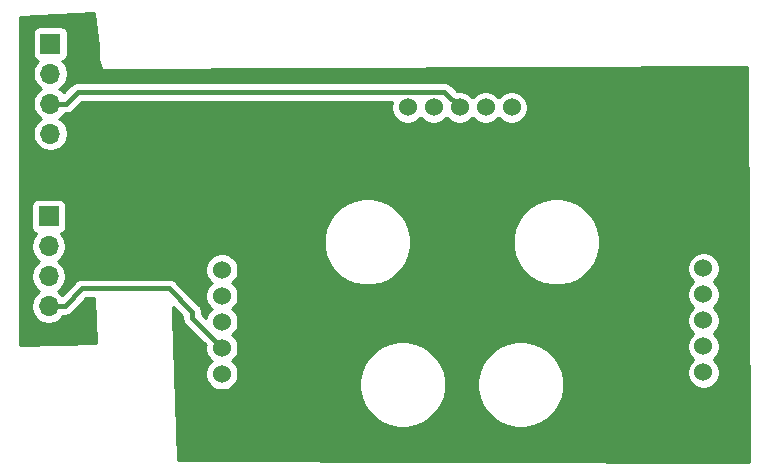
<source format=gbr>
%TF.GenerationSoftware,KiCad,Pcbnew,5.1.6-c6e7f7d~87~ubuntu20.04.1*%
%TF.CreationDate,2022-02-26T19:36:22+01:00*%
%TF.ProjectId,pick_n_place_head,7069636b-5f6e-45f7-906c-6163655f6865,rev?*%
%TF.SameCoordinates,PX5f36538PY5a45498*%
%TF.FileFunction,Copper,L2,Bot*%
%TF.FilePolarity,Positive*%
%FSLAX46Y46*%
G04 Gerber Fmt 4.6, Leading zero omitted, Abs format (unit mm)*
G04 Created by KiCad (PCBNEW 5.1.6-c6e7f7d~87~ubuntu20.04.1) date 2022-02-26 19:36:22*
%MOMM*%
%LPD*%
G01*
G04 APERTURE LIST*
%TA.AperFunction,ComponentPad*%
%ADD10O,1.700000X1.700000*%
%TD*%
%TA.AperFunction,ComponentPad*%
%ADD11R,1.700000X1.700000*%
%TD*%
%TA.AperFunction,ComponentPad*%
%ADD12C,1.524000*%
%TD*%
%TA.AperFunction,Conductor*%
%ADD13C,0.400000*%
%TD*%
%TA.AperFunction,NonConductor*%
%ADD14C,0.254000*%
%TD*%
G04 APERTURE END LIST*
D10*
%TO.P,Amot1,4*%
%TO.N,A2B*%
X-9565640Y28285440D03*
%TO.P,Amot1,3*%
%TO.N,A1B*%
X-9565640Y30825440D03*
%TO.P,Amot1,2*%
%TO.N,A2A*%
X-9565640Y33365440D03*
D11*
%TO.P,Amot1,1*%
%TO.N,A1A*%
X-9565640Y35905440D03*
%TD*%
D12*
%TO.P,M1,1*%
%TO.N,Z1A*%
X4962760Y16734240D03*
%TO.P,M1,2*%
%TO.N,Z2A*%
X4962760Y14534240D03*
%TO.P,M1,3*%
%TO.N,Z1B*%
X4962760Y12334240D03*
%TO.P,M1,4*%
%TO.N,Z2B*%
X4962760Y10134240D03*
%TO.P,M1,5*%
%TO.N,+3V3*%
X4962760Y7934240D03*
%TD*%
%TO.P,M2,5*%
%TO.N,pwm*%
X45729760Y8061240D03*
%TO.P,M2,4*%
%TO.N,SCL*%
X45729760Y10261240D03*
%TO.P,M2,3*%
%TO.N,limZ*%
X45729760Y12461240D03*
%TO.P,M2,2*%
%TO.N,GND*%
X45729760Y14661240D03*
%TO.P,M2,1*%
%TO.N,SDA*%
X45729760Y16861240D03*
%TD*%
%TO.P,M3,1*%
%TO.N,+12V*%
X29479760Y30495240D03*
%TO.P,M3,2*%
%TO.N,A2B*%
X27279760Y30495240D03*
%TO.P,M3,3*%
%TO.N,A1B*%
X25079760Y30495240D03*
%TO.P,M3,4*%
%TO.N,A2A*%
X22879760Y30495240D03*
%TO.P,M3,5*%
%TO.N,A1A*%
X20679760Y30495240D03*
%TD*%
D11*
%TO.P,Zmot1,1*%
%TO.N,Z1A*%
X-9718040Y21275040D03*
D10*
%TO.P,Zmot1,2*%
%TO.N,Z2A*%
X-9718040Y18735040D03*
%TO.P,Zmot1,3*%
%TO.N,Z1B*%
X-9718040Y16195040D03*
%TO.P,Zmot1,4*%
%TO.N,Z2B*%
X-9718040Y13655040D03*
%TD*%
D13*
%TO.N,A1B*%
X-9565640Y30825440D02*
X-8215340Y30825440D01*
X25079760Y30495240D02*
X23783060Y31791940D01*
X23783060Y31791940D02*
X-7248840Y31791940D01*
X-7248840Y31791940D02*
X-8215340Y30825440D01*
%TO.N,Z2B*%
X-9718040Y13655040D02*
X-8367740Y13655040D01*
X-8367740Y13655040D02*
X-6855140Y15167640D01*
X-6855140Y15167640D02*
X460960Y15167640D01*
X460960Y15167640D02*
X2453960Y13174640D01*
X2453960Y13174640D02*
X2453960Y12643040D01*
X2453960Y12643040D02*
X4962760Y10134240D01*
%TD*%
D14*
G36*
X-5522240Y35704781D02*
G01*
X-5522240Y34689287D01*
X-5525554Y34655640D01*
X-5512328Y34521357D01*
X-5473159Y34392234D01*
X-5409552Y34273233D01*
X-5342862Y34191971D01*
X-5292477Y33767046D01*
X-5287136Y33742729D01*
X-5277154Y33719922D01*
X-5262914Y33699500D01*
X-5244964Y33682248D01*
X-5223993Y33668830D01*
X-5200807Y33659761D01*
X-5165782Y33655001D01*
X49398553Y33903343D01*
X49564925Y457628D01*
X1270758Y619350D01*
X847760Y12794720D01*
X847760Y13599972D01*
X1618960Y12828771D01*
X1618960Y12684058D01*
X1614920Y12643040D01*
X1618960Y12602022D01*
X1618960Y12602021D01*
X1631042Y12479351D01*
X1678788Y12321953D01*
X1720233Y12244417D01*
X1729485Y12227108D01*
X1756325Y12176894D01*
X1860670Y12049749D01*
X1892534Y12023599D01*
X3578791Y10337342D01*
X3565760Y10271832D01*
X3565760Y9996648D01*
X3619446Y9726750D01*
X3724755Y9472513D01*
X3877640Y9243705D01*
X4072225Y9049120D01*
X4094494Y9034240D01*
X4072225Y9019360D01*
X3877640Y8824775D01*
X3724755Y8595967D01*
X3619446Y8341730D01*
X3565760Y8071832D01*
X3565760Y7796648D01*
X3619446Y7526750D01*
X3724755Y7272513D01*
X3877640Y7043705D01*
X4072225Y6849120D01*
X4301033Y6696235D01*
X4555270Y6590926D01*
X4825168Y6537240D01*
X5100352Y6537240D01*
X5370250Y6590926D01*
X5624487Y6696235D01*
X5853295Y6849120D01*
X6047880Y7043705D01*
X6200765Y7272513D01*
X6248930Y7388794D01*
X16575601Y7388794D01*
X16575601Y6662486D01*
X16717296Y5950135D01*
X16995242Y5279115D01*
X17398756Y4675213D01*
X17912333Y4161636D01*
X18516235Y3758122D01*
X19187255Y3480176D01*
X19899606Y3338481D01*
X20625914Y3338481D01*
X21338265Y3480176D01*
X22009285Y3758122D01*
X22613187Y4161636D01*
X23126764Y4675213D01*
X23530278Y5279115D01*
X23808224Y5950135D01*
X23949919Y6662486D01*
X23949919Y7388794D01*
X26575601Y7388794D01*
X26575601Y6662486D01*
X26717296Y5950135D01*
X26995242Y5279115D01*
X27398756Y4675213D01*
X27912333Y4161636D01*
X28516235Y3758122D01*
X29187255Y3480176D01*
X29899606Y3338481D01*
X30625914Y3338481D01*
X31338265Y3480176D01*
X32009285Y3758122D01*
X32613187Y4161636D01*
X33126764Y4675213D01*
X33530278Y5279115D01*
X33808224Y5950135D01*
X33949919Y6662486D01*
X33949919Y7388794D01*
X33808224Y8101145D01*
X33530278Y8772165D01*
X33126764Y9376067D01*
X32613187Y9889644D01*
X32009285Y10293158D01*
X31338265Y10571104D01*
X30625914Y10712799D01*
X29899606Y10712799D01*
X29187255Y10571104D01*
X28516235Y10293158D01*
X27912333Y9889644D01*
X27398756Y9376067D01*
X26995242Y8772165D01*
X26717296Y8101145D01*
X26575601Y7388794D01*
X23949919Y7388794D01*
X23808224Y8101145D01*
X23530278Y8772165D01*
X23126764Y9376067D01*
X22613187Y9889644D01*
X22009285Y10293158D01*
X21338265Y10571104D01*
X20625914Y10712799D01*
X19899606Y10712799D01*
X19187255Y10571104D01*
X18516235Y10293158D01*
X17912333Y9889644D01*
X17398756Y9376067D01*
X16995242Y8772165D01*
X16717296Y8101145D01*
X16575601Y7388794D01*
X6248930Y7388794D01*
X6306074Y7526750D01*
X6359760Y7796648D01*
X6359760Y8071832D01*
X6306074Y8341730D01*
X6200765Y8595967D01*
X6047880Y8824775D01*
X5853295Y9019360D01*
X5831026Y9034240D01*
X5853295Y9049120D01*
X6047880Y9243705D01*
X6200765Y9472513D01*
X6306074Y9726750D01*
X6359760Y9996648D01*
X6359760Y10271832D01*
X6306074Y10541730D01*
X6200765Y10795967D01*
X6047880Y11024775D01*
X5853295Y11219360D01*
X5831026Y11234240D01*
X5853295Y11249120D01*
X6047880Y11443705D01*
X6200765Y11672513D01*
X6306074Y11926750D01*
X6359760Y12196648D01*
X6359760Y12471832D01*
X6306074Y12741730D01*
X6200765Y12995967D01*
X6047880Y13224775D01*
X5853295Y13419360D01*
X5831026Y13434240D01*
X5853295Y13449120D01*
X6047880Y13643705D01*
X6200765Y13872513D01*
X6306074Y14126750D01*
X6359760Y14396648D01*
X6359760Y14671832D01*
X6306074Y14941730D01*
X6200765Y15195967D01*
X6047880Y15424775D01*
X5853295Y15619360D01*
X5831026Y15634240D01*
X5853295Y15649120D01*
X6047880Y15843705D01*
X6200765Y16072513D01*
X6306074Y16326750D01*
X6359760Y16596648D01*
X6359760Y16871832D01*
X6306074Y17141730D01*
X6200765Y17395967D01*
X6047880Y17624775D01*
X5853295Y17819360D01*
X5624487Y17972245D01*
X5370250Y18077554D01*
X5100352Y18131240D01*
X4825168Y18131240D01*
X4555270Y18077554D01*
X4301033Y17972245D01*
X4072225Y17819360D01*
X3877640Y17624775D01*
X3724755Y17395967D01*
X3619446Y17141730D01*
X3565760Y16871832D01*
X3565760Y16596648D01*
X3619446Y16326750D01*
X3724755Y16072513D01*
X3877640Y15843705D01*
X4072225Y15649120D01*
X4094494Y15634240D01*
X4072225Y15619360D01*
X3877640Y15424775D01*
X3724755Y15195967D01*
X3619446Y14941730D01*
X3565760Y14671832D01*
X3565760Y14396648D01*
X3619446Y14126750D01*
X3724755Y13872513D01*
X3877640Y13643705D01*
X4072225Y13449120D01*
X4094494Y13434240D01*
X4072225Y13419360D01*
X3877640Y13224775D01*
X3724755Y12995967D01*
X3619446Y12741730D01*
X3605624Y12672243D01*
X3288960Y12988907D01*
X3288960Y13133622D01*
X3293000Y13174640D01*
X3281024Y13296235D01*
X3276878Y13338329D01*
X3229132Y13495727D01*
X3151596Y13640786D01*
X3103620Y13699245D01*
X3073399Y13736070D01*
X3073397Y13736072D01*
X3047251Y13767931D01*
X3015393Y13794076D01*
X1080406Y15729061D01*
X1054251Y15760931D01*
X927106Y15865276D01*
X782047Y15942812D01*
X624649Y15990558D01*
X501979Y16002640D01*
X501978Y16002640D01*
X460960Y16006680D01*
X419942Y16002640D01*
X-6814133Y16002640D01*
X-6855141Y16006679D01*
X-6896149Y16002640D01*
X-6896159Y16002640D01*
X-7018829Y15990558D01*
X-7176227Y15942812D01*
X-7321286Y15865276D01*
X-7448431Y15760931D01*
X-7474581Y15729066D01*
X-8583270Y14620377D01*
X-8771408Y14808515D01*
X-8945800Y14925040D01*
X-8771408Y15041565D01*
X-8564565Y15248408D01*
X-8402050Y15491629D01*
X-8290108Y15761882D01*
X-8233040Y16048780D01*
X-8233040Y16341300D01*
X-8290108Y16628198D01*
X-8402050Y16898451D01*
X-8564565Y17141672D01*
X-8771408Y17348515D01*
X-8945800Y17465040D01*
X-8771408Y17581565D01*
X-8564565Y17788408D01*
X-8402050Y18031629D01*
X-8290108Y18301882D01*
X-8233040Y18588780D01*
X-8233040Y18881300D01*
X-8290108Y19168198D01*
X-8402050Y19438451D01*
X-8422324Y19468794D01*
X13575601Y19468794D01*
X13575601Y18742486D01*
X13717296Y18030135D01*
X13995242Y17359115D01*
X14398756Y16755213D01*
X14912333Y16241636D01*
X15516235Y15838122D01*
X16187255Y15560176D01*
X16899606Y15418481D01*
X17625914Y15418481D01*
X18338265Y15560176D01*
X19009285Y15838122D01*
X19613187Y16241636D01*
X20126764Y16755213D01*
X20530278Y17359115D01*
X20808224Y18030135D01*
X20949919Y18742486D01*
X20949919Y19468794D01*
X29575601Y19468794D01*
X29575601Y18742486D01*
X29717296Y18030135D01*
X29995242Y17359115D01*
X30398756Y16755213D01*
X30912333Y16241636D01*
X31516235Y15838122D01*
X32187255Y15560176D01*
X32899606Y15418481D01*
X33625914Y15418481D01*
X34338265Y15560176D01*
X35009285Y15838122D01*
X35613187Y16241636D01*
X36126764Y16755213D01*
X36289544Y16998832D01*
X44332760Y16998832D01*
X44332760Y16723648D01*
X44386446Y16453750D01*
X44491755Y16199513D01*
X44644640Y15970705D01*
X44839225Y15776120D01*
X44861494Y15761240D01*
X44839225Y15746360D01*
X44644640Y15551775D01*
X44491755Y15322967D01*
X44386446Y15068730D01*
X44332760Y14798832D01*
X44332760Y14523648D01*
X44386446Y14253750D01*
X44491755Y13999513D01*
X44644640Y13770705D01*
X44839225Y13576120D01*
X44861494Y13561240D01*
X44839225Y13546360D01*
X44644640Y13351775D01*
X44491755Y13122967D01*
X44386446Y12868730D01*
X44332760Y12598832D01*
X44332760Y12323648D01*
X44386446Y12053750D01*
X44491755Y11799513D01*
X44644640Y11570705D01*
X44839225Y11376120D01*
X44861494Y11361240D01*
X44839225Y11346360D01*
X44644640Y11151775D01*
X44491755Y10922967D01*
X44386446Y10668730D01*
X44332760Y10398832D01*
X44332760Y10123648D01*
X44386446Y9853750D01*
X44491755Y9599513D01*
X44644640Y9370705D01*
X44839225Y9176120D01*
X44861494Y9161240D01*
X44839225Y9146360D01*
X44644640Y8951775D01*
X44491755Y8722967D01*
X44386446Y8468730D01*
X44332760Y8198832D01*
X44332760Y7923648D01*
X44386446Y7653750D01*
X44491755Y7399513D01*
X44644640Y7170705D01*
X44839225Y6976120D01*
X45068033Y6823235D01*
X45322270Y6717926D01*
X45592168Y6664240D01*
X45867352Y6664240D01*
X46137250Y6717926D01*
X46391487Y6823235D01*
X46620295Y6976120D01*
X46814880Y7170705D01*
X46967765Y7399513D01*
X47073074Y7653750D01*
X47126760Y7923648D01*
X47126760Y8198832D01*
X47073074Y8468730D01*
X46967765Y8722967D01*
X46814880Y8951775D01*
X46620295Y9146360D01*
X46598026Y9161240D01*
X46620295Y9176120D01*
X46814880Y9370705D01*
X46967765Y9599513D01*
X47073074Y9853750D01*
X47126760Y10123648D01*
X47126760Y10398832D01*
X47073074Y10668730D01*
X46967765Y10922967D01*
X46814880Y11151775D01*
X46620295Y11346360D01*
X46598026Y11361240D01*
X46620295Y11376120D01*
X46814880Y11570705D01*
X46967765Y11799513D01*
X47073074Y12053750D01*
X47126760Y12323648D01*
X47126760Y12598832D01*
X47073074Y12868730D01*
X46967765Y13122967D01*
X46814880Y13351775D01*
X46620295Y13546360D01*
X46598026Y13561240D01*
X46620295Y13576120D01*
X46814880Y13770705D01*
X46967765Y13999513D01*
X47073074Y14253750D01*
X47126760Y14523648D01*
X47126760Y14798832D01*
X47073074Y15068730D01*
X46967765Y15322967D01*
X46814880Y15551775D01*
X46620295Y15746360D01*
X46598026Y15761240D01*
X46620295Y15776120D01*
X46814880Y15970705D01*
X46967765Y16199513D01*
X47073074Y16453750D01*
X47126760Y16723648D01*
X47126760Y16998832D01*
X47073074Y17268730D01*
X46967765Y17522967D01*
X46814880Y17751775D01*
X46620295Y17946360D01*
X46391487Y18099245D01*
X46137250Y18204554D01*
X45867352Y18258240D01*
X45592168Y18258240D01*
X45322270Y18204554D01*
X45068033Y18099245D01*
X44839225Y17946360D01*
X44644640Y17751775D01*
X44491755Y17522967D01*
X44386446Y17268730D01*
X44332760Y16998832D01*
X36289544Y16998832D01*
X36530278Y17359115D01*
X36808224Y18030135D01*
X36949919Y18742486D01*
X36949919Y19468794D01*
X36808224Y20181145D01*
X36530278Y20852165D01*
X36126764Y21456067D01*
X35613187Y21969644D01*
X35009285Y22373158D01*
X34338265Y22651104D01*
X33625914Y22792799D01*
X32899606Y22792799D01*
X32187255Y22651104D01*
X31516235Y22373158D01*
X30912333Y21969644D01*
X30398756Y21456067D01*
X29995242Y20852165D01*
X29717296Y20181145D01*
X29575601Y19468794D01*
X20949919Y19468794D01*
X20808224Y20181145D01*
X20530278Y20852165D01*
X20126764Y21456067D01*
X19613187Y21969644D01*
X19009285Y22373158D01*
X18338265Y22651104D01*
X17625914Y22792799D01*
X16899606Y22792799D01*
X16187255Y22651104D01*
X15516235Y22373158D01*
X14912333Y21969644D01*
X14398756Y21456067D01*
X13995242Y20852165D01*
X13717296Y20181145D01*
X13575601Y19468794D01*
X-8422324Y19468794D01*
X-8564565Y19681672D01*
X-8696420Y19813527D01*
X-8623860Y19835538D01*
X-8513546Y19894503D01*
X-8416855Y19973855D01*
X-8337503Y20070546D01*
X-8278538Y20180860D01*
X-8242228Y20300558D01*
X-8229968Y20425040D01*
X-8229968Y22125040D01*
X-8242228Y22249522D01*
X-8278538Y22369220D01*
X-8337503Y22479534D01*
X-8416855Y22576225D01*
X-8513546Y22655577D01*
X-8623860Y22714542D01*
X-8743558Y22750852D01*
X-8868040Y22763112D01*
X-10568040Y22763112D01*
X-10692522Y22750852D01*
X-10812220Y22714542D01*
X-10922534Y22655577D01*
X-11019225Y22576225D01*
X-11098577Y22479534D01*
X-11157542Y22369220D01*
X-11193852Y22249522D01*
X-11206112Y22125040D01*
X-11206112Y20425040D01*
X-11193852Y20300558D01*
X-11157542Y20180860D01*
X-11098577Y20070546D01*
X-11019225Y19973855D01*
X-10922534Y19894503D01*
X-10812220Y19835538D01*
X-10739660Y19813527D01*
X-10871515Y19681672D01*
X-11034030Y19438451D01*
X-11145972Y19168198D01*
X-11203040Y18881300D01*
X-11203040Y18588780D01*
X-11145972Y18301882D01*
X-11034030Y18031629D01*
X-10871515Y17788408D01*
X-10664672Y17581565D01*
X-10490280Y17465040D01*
X-10664672Y17348515D01*
X-10871515Y17141672D01*
X-11034030Y16898451D01*
X-11145972Y16628198D01*
X-11203040Y16341300D01*
X-11203040Y16048780D01*
X-11145972Y15761882D01*
X-11034030Y15491629D01*
X-10871515Y15248408D01*
X-10664672Y15041565D01*
X-10490280Y14925040D01*
X-10664672Y14808515D01*
X-10871515Y14601672D01*
X-11034030Y14358451D01*
X-11145972Y14088198D01*
X-11203040Y13801300D01*
X-11203040Y13508780D01*
X-11145972Y13221882D01*
X-11034030Y12951629D01*
X-10871515Y12708408D01*
X-10664672Y12501565D01*
X-10421451Y12339050D01*
X-10151198Y12227108D01*
X-9864300Y12170040D01*
X-9571780Y12170040D01*
X-9284882Y12227108D01*
X-9014629Y12339050D01*
X-8771408Y12501565D01*
X-8564565Y12708408D01*
X-8489975Y12820040D01*
X-8408758Y12820040D01*
X-8367740Y12816000D01*
X-8326722Y12820040D01*
X-8326721Y12820040D01*
X-8204051Y12832122D01*
X-8046653Y12879868D01*
X-7901594Y12957404D01*
X-7774449Y13061749D01*
X-7748294Y13093619D01*
X-6509272Y14332640D01*
X-5856989Y14332640D01*
X-5704834Y10537991D01*
X-12152240Y10389454D01*
X-12152240Y36755440D01*
X-11053712Y36755440D01*
X-11053712Y35055440D01*
X-11041452Y34930958D01*
X-11005142Y34811260D01*
X-10946177Y34700946D01*
X-10866825Y34604255D01*
X-10770134Y34524903D01*
X-10659820Y34465938D01*
X-10587260Y34443927D01*
X-10719115Y34312072D01*
X-10881630Y34068851D01*
X-10993572Y33798598D01*
X-11050640Y33511700D01*
X-11050640Y33219180D01*
X-10993572Y32932282D01*
X-10881630Y32662029D01*
X-10719115Y32418808D01*
X-10512272Y32211965D01*
X-10337880Y32095440D01*
X-10512272Y31978915D01*
X-10719115Y31772072D01*
X-10881630Y31528851D01*
X-10993572Y31258598D01*
X-11050640Y30971700D01*
X-11050640Y30679180D01*
X-10993572Y30392282D01*
X-10881630Y30122029D01*
X-10719115Y29878808D01*
X-10512272Y29671965D01*
X-10337880Y29555440D01*
X-10512272Y29438915D01*
X-10719115Y29232072D01*
X-10881630Y28988851D01*
X-10993572Y28718598D01*
X-11050640Y28431700D01*
X-11050640Y28139180D01*
X-10993572Y27852282D01*
X-10881630Y27582029D01*
X-10719115Y27338808D01*
X-10512272Y27131965D01*
X-10269051Y26969450D01*
X-9998798Y26857508D01*
X-9711900Y26800440D01*
X-9419380Y26800440D01*
X-9132482Y26857508D01*
X-8862229Y26969450D01*
X-8619008Y27131965D01*
X-8412165Y27338808D01*
X-8249650Y27582029D01*
X-8137708Y27852282D01*
X-8080640Y28139180D01*
X-8080640Y28431700D01*
X-8137708Y28718598D01*
X-8249650Y28988851D01*
X-8412165Y29232072D01*
X-8619008Y29438915D01*
X-8793400Y29555440D01*
X-8619008Y29671965D01*
X-8412165Y29878808D01*
X-8337575Y29990440D01*
X-8256358Y29990440D01*
X-8215340Y29986400D01*
X-8174322Y29990440D01*
X-8174321Y29990440D01*
X-8051651Y30002522D01*
X-7894253Y30050268D01*
X-7749194Y30127804D01*
X-7622049Y30232149D01*
X-7595894Y30264019D01*
X-6902972Y30956940D01*
X19358901Y30956940D01*
X19336446Y30902730D01*
X19282760Y30632832D01*
X19282760Y30357648D01*
X19336446Y30087750D01*
X19441755Y29833513D01*
X19594640Y29604705D01*
X19789225Y29410120D01*
X20018033Y29257235D01*
X20272270Y29151926D01*
X20542168Y29098240D01*
X20817352Y29098240D01*
X21087250Y29151926D01*
X21341487Y29257235D01*
X21570295Y29410120D01*
X21764880Y29604705D01*
X21779760Y29626974D01*
X21794640Y29604705D01*
X21989225Y29410120D01*
X22218033Y29257235D01*
X22472270Y29151926D01*
X22742168Y29098240D01*
X23017352Y29098240D01*
X23287250Y29151926D01*
X23541487Y29257235D01*
X23770295Y29410120D01*
X23964880Y29604705D01*
X23979760Y29626974D01*
X23994640Y29604705D01*
X24189225Y29410120D01*
X24418033Y29257235D01*
X24672270Y29151926D01*
X24942168Y29098240D01*
X25217352Y29098240D01*
X25487250Y29151926D01*
X25741487Y29257235D01*
X25970295Y29410120D01*
X26164880Y29604705D01*
X26179760Y29626974D01*
X26194640Y29604705D01*
X26389225Y29410120D01*
X26618033Y29257235D01*
X26872270Y29151926D01*
X27142168Y29098240D01*
X27417352Y29098240D01*
X27687250Y29151926D01*
X27941487Y29257235D01*
X28170295Y29410120D01*
X28364880Y29604705D01*
X28379760Y29626974D01*
X28394640Y29604705D01*
X28589225Y29410120D01*
X28818033Y29257235D01*
X29072270Y29151926D01*
X29342168Y29098240D01*
X29617352Y29098240D01*
X29887250Y29151926D01*
X30141487Y29257235D01*
X30370295Y29410120D01*
X30564880Y29604705D01*
X30717765Y29833513D01*
X30823074Y30087750D01*
X30876760Y30357648D01*
X30876760Y30632832D01*
X30823074Y30902730D01*
X30717765Y31156967D01*
X30564880Y31385775D01*
X30370295Y31580360D01*
X30141487Y31733245D01*
X29887250Y31838554D01*
X29617352Y31892240D01*
X29342168Y31892240D01*
X29072270Y31838554D01*
X28818033Y31733245D01*
X28589225Y31580360D01*
X28394640Y31385775D01*
X28379760Y31363506D01*
X28364880Y31385775D01*
X28170295Y31580360D01*
X27941487Y31733245D01*
X27687250Y31838554D01*
X27417352Y31892240D01*
X27142168Y31892240D01*
X26872270Y31838554D01*
X26618033Y31733245D01*
X26389225Y31580360D01*
X26194640Y31385775D01*
X26179760Y31363506D01*
X26164880Y31385775D01*
X25970295Y31580360D01*
X25741487Y31733245D01*
X25487250Y31838554D01*
X25217352Y31892240D01*
X24942168Y31892240D01*
X24876658Y31879209D01*
X24402506Y32353362D01*
X24376351Y32385231D01*
X24249206Y32489576D01*
X24104147Y32567112D01*
X23946749Y32614858D01*
X23824079Y32626940D01*
X23824078Y32626940D01*
X23783060Y32630980D01*
X23742042Y32626940D01*
X-7207833Y32626940D01*
X-7248841Y32630979D01*
X-7289849Y32626940D01*
X-7289859Y32626940D01*
X-7412529Y32614858D01*
X-7569927Y32567112D01*
X-7714986Y32489576D01*
X-7842131Y32385231D01*
X-7868282Y32353366D01*
X-8430870Y31790777D01*
X-8619008Y31978915D01*
X-8793400Y32095440D01*
X-8619008Y32211965D01*
X-8412165Y32418808D01*
X-8249650Y32662029D01*
X-8137708Y32932282D01*
X-8080640Y33219180D01*
X-8080640Y33511700D01*
X-8137708Y33798598D01*
X-8249650Y34068851D01*
X-8412165Y34312072D01*
X-8544020Y34443927D01*
X-8471460Y34465938D01*
X-8361146Y34524903D01*
X-8264455Y34604255D01*
X-8185103Y34700946D01*
X-8126138Y34811260D01*
X-8089828Y34930958D01*
X-8077568Y35055440D01*
X-8077568Y36755440D01*
X-8089828Y36879922D01*
X-8126138Y36999620D01*
X-8185103Y37109934D01*
X-8264455Y37206625D01*
X-8361146Y37285977D01*
X-8471460Y37344942D01*
X-8591158Y37381252D01*
X-8715640Y37393512D01*
X-10415640Y37393512D01*
X-10540122Y37381252D01*
X-10659820Y37344942D01*
X-10770134Y37285977D01*
X-10866825Y37206625D01*
X-10946177Y37109934D01*
X-11005142Y36999620D01*
X-11041452Y36879922D01*
X-11053712Y36755440D01*
X-12152240Y36755440D01*
X-12152240Y38182727D01*
X-5852563Y38490606D01*
X-5522240Y35704781D01*
G37*
X-5522240Y35704781D02*
X-5522240Y34689287D01*
X-5525554Y34655640D01*
X-5512328Y34521357D01*
X-5473159Y34392234D01*
X-5409552Y34273233D01*
X-5342862Y34191971D01*
X-5292477Y33767046D01*
X-5287136Y33742729D01*
X-5277154Y33719922D01*
X-5262914Y33699500D01*
X-5244964Y33682248D01*
X-5223993Y33668830D01*
X-5200807Y33659761D01*
X-5165782Y33655001D01*
X49398553Y33903343D01*
X49564925Y457628D01*
X1270758Y619350D01*
X847760Y12794720D01*
X847760Y13599972D01*
X1618960Y12828771D01*
X1618960Y12684058D01*
X1614920Y12643040D01*
X1618960Y12602022D01*
X1618960Y12602021D01*
X1631042Y12479351D01*
X1678788Y12321953D01*
X1720233Y12244417D01*
X1729485Y12227108D01*
X1756325Y12176894D01*
X1860670Y12049749D01*
X1892534Y12023599D01*
X3578791Y10337342D01*
X3565760Y10271832D01*
X3565760Y9996648D01*
X3619446Y9726750D01*
X3724755Y9472513D01*
X3877640Y9243705D01*
X4072225Y9049120D01*
X4094494Y9034240D01*
X4072225Y9019360D01*
X3877640Y8824775D01*
X3724755Y8595967D01*
X3619446Y8341730D01*
X3565760Y8071832D01*
X3565760Y7796648D01*
X3619446Y7526750D01*
X3724755Y7272513D01*
X3877640Y7043705D01*
X4072225Y6849120D01*
X4301033Y6696235D01*
X4555270Y6590926D01*
X4825168Y6537240D01*
X5100352Y6537240D01*
X5370250Y6590926D01*
X5624487Y6696235D01*
X5853295Y6849120D01*
X6047880Y7043705D01*
X6200765Y7272513D01*
X6248930Y7388794D01*
X16575601Y7388794D01*
X16575601Y6662486D01*
X16717296Y5950135D01*
X16995242Y5279115D01*
X17398756Y4675213D01*
X17912333Y4161636D01*
X18516235Y3758122D01*
X19187255Y3480176D01*
X19899606Y3338481D01*
X20625914Y3338481D01*
X21338265Y3480176D01*
X22009285Y3758122D01*
X22613187Y4161636D01*
X23126764Y4675213D01*
X23530278Y5279115D01*
X23808224Y5950135D01*
X23949919Y6662486D01*
X23949919Y7388794D01*
X26575601Y7388794D01*
X26575601Y6662486D01*
X26717296Y5950135D01*
X26995242Y5279115D01*
X27398756Y4675213D01*
X27912333Y4161636D01*
X28516235Y3758122D01*
X29187255Y3480176D01*
X29899606Y3338481D01*
X30625914Y3338481D01*
X31338265Y3480176D01*
X32009285Y3758122D01*
X32613187Y4161636D01*
X33126764Y4675213D01*
X33530278Y5279115D01*
X33808224Y5950135D01*
X33949919Y6662486D01*
X33949919Y7388794D01*
X33808224Y8101145D01*
X33530278Y8772165D01*
X33126764Y9376067D01*
X32613187Y9889644D01*
X32009285Y10293158D01*
X31338265Y10571104D01*
X30625914Y10712799D01*
X29899606Y10712799D01*
X29187255Y10571104D01*
X28516235Y10293158D01*
X27912333Y9889644D01*
X27398756Y9376067D01*
X26995242Y8772165D01*
X26717296Y8101145D01*
X26575601Y7388794D01*
X23949919Y7388794D01*
X23808224Y8101145D01*
X23530278Y8772165D01*
X23126764Y9376067D01*
X22613187Y9889644D01*
X22009285Y10293158D01*
X21338265Y10571104D01*
X20625914Y10712799D01*
X19899606Y10712799D01*
X19187255Y10571104D01*
X18516235Y10293158D01*
X17912333Y9889644D01*
X17398756Y9376067D01*
X16995242Y8772165D01*
X16717296Y8101145D01*
X16575601Y7388794D01*
X6248930Y7388794D01*
X6306074Y7526750D01*
X6359760Y7796648D01*
X6359760Y8071832D01*
X6306074Y8341730D01*
X6200765Y8595967D01*
X6047880Y8824775D01*
X5853295Y9019360D01*
X5831026Y9034240D01*
X5853295Y9049120D01*
X6047880Y9243705D01*
X6200765Y9472513D01*
X6306074Y9726750D01*
X6359760Y9996648D01*
X6359760Y10271832D01*
X6306074Y10541730D01*
X6200765Y10795967D01*
X6047880Y11024775D01*
X5853295Y11219360D01*
X5831026Y11234240D01*
X5853295Y11249120D01*
X6047880Y11443705D01*
X6200765Y11672513D01*
X6306074Y11926750D01*
X6359760Y12196648D01*
X6359760Y12471832D01*
X6306074Y12741730D01*
X6200765Y12995967D01*
X6047880Y13224775D01*
X5853295Y13419360D01*
X5831026Y13434240D01*
X5853295Y13449120D01*
X6047880Y13643705D01*
X6200765Y13872513D01*
X6306074Y14126750D01*
X6359760Y14396648D01*
X6359760Y14671832D01*
X6306074Y14941730D01*
X6200765Y15195967D01*
X6047880Y15424775D01*
X5853295Y15619360D01*
X5831026Y15634240D01*
X5853295Y15649120D01*
X6047880Y15843705D01*
X6200765Y16072513D01*
X6306074Y16326750D01*
X6359760Y16596648D01*
X6359760Y16871832D01*
X6306074Y17141730D01*
X6200765Y17395967D01*
X6047880Y17624775D01*
X5853295Y17819360D01*
X5624487Y17972245D01*
X5370250Y18077554D01*
X5100352Y18131240D01*
X4825168Y18131240D01*
X4555270Y18077554D01*
X4301033Y17972245D01*
X4072225Y17819360D01*
X3877640Y17624775D01*
X3724755Y17395967D01*
X3619446Y17141730D01*
X3565760Y16871832D01*
X3565760Y16596648D01*
X3619446Y16326750D01*
X3724755Y16072513D01*
X3877640Y15843705D01*
X4072225Y15649120D01*
X4094494Y15634240D01*
X4072225Y15619360D01*
X3877640Y15424775D01*
X3724755Y15195967D01*
X3619446Y14941730D01*
X3565760Y14671832D01*
X3565760Y14396648D01*
X3619446Y14126750D01*
X3724755Y13872513D01*
X3877640Y13643705D01*
X4072225Y13449120D01*
X4094494Y13434240D01*
X4072225Y13419360D01*
X3877640Y13224775D01*
X3724755Y12995967D01*
X3619446Y12741730D01*
X3605624Y12672243D01*
X3288960Y12988907D01*
X3288960Y13133622D01*
X3293000Y13174640D01*
X3281024Y13296235D01*
X3276878Y13338329D01*
X3229132Y13495727D01*
X3151596Y13640786D01*
X3103620Y13699245D01*
X3073399Y13736070D01*
X3073397Y13736072D01*
X3047251Y13767931D01*
X3015393Y13794076D01*
X1080406Y15729061D01*
X1054251Y15760931D01*
X927106Y15865276D01*
X782047Y15942812D01*
X624649Y15990558D01*
X501979Y16002640D01*
X501978Y16002640D01*
X460960Y16006680D01*
X419942Y16002640D01*
X-6814133Y16002640D01*
X-6855141Y16006679D01*
X-6896149Y16002640D01*
X-6896159Y16002640D01*
X-7018829Y15990558D01*
X-7176227Y15942812D01*
X-7321286Y15865276D01*
X-7448431Y15760931D01*
X-7474581Y15729066D01*
X-8583270Y14620377D01*
X-8771408Y14808515D01*
X-8945800Y14925040D01*
X-8771408Y15041565D01*
X-8564565Y15248408D01*
X-8402050Y15491629D01*
X-8290108Y15761882D01*
X-8233040Y16048780D01*
X-8233040Y16341300D01*
X-8290108Y16628198D01*
X-8402050Y16898451D01*
X-8564565Y17141672D01*
X-8771408Y17348515D01*
X-8945800Y17465040D01*
X-8771408Y17581565D01*
X-8564565Y17788408D01*
X-8402050Y18031629D01*
X-8290108Y18301882D01*
X-8233040Y18588780D01*
X-8233040Y18881300D01*
X-8290108Y19168198D01*
X-8402050Y19438451D01*
X-8422324Y19468794D01*
X13575601Y19468794D01*
X13575601Y18742486D01*
X13717296Y18030135D01*
X13995242Y17359115D01*
X14398756Y16755213D01*
X14912333Y16241636D01*
X15516235Y15838122D01*
X16187255Y15560176D01*
X16899606Y15418481D01*
X17625914Y15418481D01*
X18338265Y15560176D01*
X19009285Y15838122D01*
X19613187Y16241636D01*
X20126764Y16755213D01*
X20530278Y17359115D01*
X20808224Y18030135D01*
X20949919Y18742486D01*
X20949919Y19468794D01*
X29575601Y19468794D01*
X29575601Y18742486D01*
X29717296Y18030135D01*
X29995242Y17359115D01*
X30398756Y16755213D01*
X30912333Y16241636D01*
X31516235Y15838122D01*
X32187255Y15560176D01*
X32899606Y15418481D01*
X33625914Y15418481D01*
X34338265Y15560176D01*
X35009285Y15838122D01*
X35613187Y16241636D01*
X36126764Y16755213D01*
X36289544Y16998832D01*
X44332760Y16998832D01*
X44332760Y16723648D01*
X44386446Y16453750D01*
X44491755Y16199513D01*
X44644640Y15970705D01*
X44839225Y15776120D01*
X44861494Y15761240D01*
X44839225Y15746360D01*
X44644640Y15551775D01*
X44491755Y15322967D01*
X44386446Y15068730D01*
X44332760Y14798832D01*
X44332760Y14523648D01*
X44386446Y14253750D01*
X44491755Y13999513D01*
X44644640Y13770705D01*
X44839225Y13576120D01*
X44861494Y13561240D01*
X44839225Y13546360D01*
X44644640Y13351775D01*
X44491755Y13122967D01*
X44386446Y12868730D01*
X44332760Y12598832D01*
X44332760Y12323648D01*
X44386446Y12053750D01*
X44491755Y11799513D01*
X44644640Y11570705D01*
X44839225Y11376120D01*
X44861494Y11361240D01*
X44839225Y11346360D01*
X44644640Y11151775D01*
X44491755Y10922967D01*
X44386446Y10668730D01*
X44332760Y10398832D01*
X44332760Y10123648D01*
X44386446Y9853750D01*
X44491755Y9599513D01*
X44644640Y9370705D01*
X44839225Y9176120D01*
X44861494Y9161240D01*
X44839225Y9146360D01*
X44644640Y8951775D01*
X44491755Y8722967D01*
X44386446Y8468730D01*
X44332760Y8198832D01*
X44332760Y7923648D01*
X44386446Y7653750D01*
X44491755Y7399513D01*
X44644640Y7170705D01*
X44839225Y6976120D01*
X45068033Y6823235D01*
X45322270Y6717926D01*
X45592168Y6664240D01*
X45867352Y6664240D01*
X46137250Y6717926D01*
X46391487Y6823235D01*
X46620295Y6976120D01*
X46814880Y7170705D01*
X46967765Y7399513D01*
X47073074Y7653750D01*
X47126760Y7923648D01*
X47126760Y8198832D01*
X47073074Y8468730D01*
X46967765Y8722967D01*
X46814880Y8951775D01*
X46620295Y9146360D01*
X46598026Y9161240D01*
X46620295Y9176120D01*
X46814880Y9370705D01*
X46967765Y9599513D01*
X47073074Y9853750D01*
X47126760Y10123648D01*
X47126760Y10398832D01*
X47073074Y10668730D01*
X46967765Y10922967D01*
X46814880Y11151775D01*
X46620295Y11346360D01*
X46598026Y11361240D01*
X46620295Y11376120D01*
X46814880Y11570705D01*
X46967765Y11799513D01*
X47073074Y12053750D01*
X47126760Y12323648D01*
X47126760Y12598832D01*
X47073074Y12868730D01*
X46967765Y13122967D01*
X46814880Y13351775D01*
X46620295Y13546360D01*
X46598026Y13561240D01*
X46620295Y13576120D01*
X46814880Y13770705D01*
X46967765Y13999513D01*
X47073074Y14253750D01*
X47126760Y14523648D01*
X47126760Y14798832D01*
X47073074Y15068730D01*
X46967765Y15322967D01*
X46814880Y15551775D01*
X46620295Y15746360D01*
X46598026Y15761240D01*
X46620295Y15776120D01*
X46814880Y15970705D01*
X46967765Y16199513D01*
X47073074Y16453750D01*
X47126760Y16723648D01*
X47126760Y16998832D01*
X47073074Y17268730D01*
X46967765Y17522967D01*
X46814880Y17751775D01*
X46620295Y17946360D01*
X46391487Y18099245D01*
X46137250Y18204554D01*
X45867352Y18258240D01*
X45592168Y18258240D01*
X45322270Y18204554D01*
X45068033Y18099245D01*
X44839225Y17946360D01*
X44644640Y17751775D01*
X44491755Y17522967D01*
X44386446Y17268730D01*
X44332760Y16998832D01*
X36289544Y16998832D01*
X36530278Y17359115D01*
X36808224Y18030135D01*
X36949919Y18742486D01*
X36949919Y19468794D01*
X36808224Y20181145D01*
X36530278Y20852165D01*
X36126764Y21456067D01*
X35613187Y21969644D01*
X35009285Y22373158D01*
X34338265Y22651104D01*
X33625914Y22792799D01*
X32899606Y22792799D01*
X32187255Y22651104D01*
X31516235Y22373158D01*
X30912333Y21969644D01*
X30398756Y21456067D01*
X29995242Y20852165D01*
X29717296Y20181145D01*
X29575601Y19468794D01*
X20949919Y19468794D01*
X20808224Y20181145D01*
X20530278Y20852165D01*
X20126764Y21456067D01*
X19613187Y21969644D01*
X19009285Y22373158D01*
X18338265Y22651104D01*
X17625914Y22792799D01*
X16899606Y22792799D01*
X16187255Y22651104D01*
X15516235Y22373158D01*
X14912333Y21969644D01*
X14398756Y21456067D01*
X13995242Y20852165D01*
X13717296Y20181145D01*
X13575601Y19468794D01*
X-8422324Y19468794D01*
X-8564565Y19681672D01*
X-8696420Y19813527D01*
X-8623860Y19835538D01*
X-8513546Y19894503D01*
X-8416855Y19973855D01*
X-8337503Y20070546D01*
X-8278538Y20180860D01*
X-8242228Y20300558D01*
X-8229968Y20425040D01*
X-8229968Y22125040D01*
X-8242228Y22249522D01*
X-8278538Y22369220D01*
X-8337503Y22479534D01*
X-8416855Y22576225D01*
X-8513546Y22655577D01*
X-8623860Y22714542D01*
X-8743558Y22750852D01*
X-8868040Y22763112D01*
X-10568040Y22763112D01*
X-10692522Y22750852D01*
X-10812220Y22714542D01*
X-10922534Y22655577D01*
X-11019225Y22576225D01*
X-11098577Y22479534D01*
X-11157542Y22369220D01*
X-11193852Y22249522D01*
X-11206112Y22125040D01*
X-11206112Y20425040D01*
X-11193852Y20300558D01*
X-11157542Y20180860D01*
X-11098577Y20070546D01*
X-11019225Y19973855D01*
X-10922534Y19894503D01*
X-10812220Y19835538D01*
X-10739660Y19813527D01*
X-10871515Y19681672D01*
X-11034030Y19438451D01*
X-11145972Y19168198D01*
X-11203040Y18881300D01*
X-11203040Y18588780D01*
X-11145972Y18301882D01*
X-11034030Y18031629D01*
X-10871515Y17788408D01*
X-10664672Y17581565D01*
X-10490280Y17465040D01*
X-10664672Y17348515D01*
X-10871515Y17141672D01*
X-11034030Y16898451D01*
X-11145972Y16628198D01*
X-11203040Y16341300D01*
X-11203040Y16048780D01*
X-11145972Y15761882D01*
X-11034030Y15491629D01*
X-10871515Y15248408D01*
X-10664672Y15041565D01*
X-10490280Y14925040D01*
X-10664672Y14808515D01*
X-10871515Y14601672D01*
X-11034030Y14358451D01*
X-11145972Y14088198D01*
X-11203040Y13801300D01*
X-11203040Y13508780D01*
X-11145972Y13221882D01*
X-11034030Y12951629D01*
X-10871515Y12708408D01*
X-10664672Y12501565D01*
X-10421451Y12339050D01*
X-10151198Y12227108D01*
X-9864300Y12170040D01*
X-9571780Y12170040D01*
X-9284882Y12227108D01*
X-9014629Y12339050D01*
X-8771408Y12501565D01*
X-8564565Y12708408D01*
X-8489975Y12820040D01*
X-8408758Y12820040D01*
X-8367740Y12816000D01*
X-8326722Y12820040D01*
X-8326721Y12820040D01*
X-8204051Y12832122D01*
X-8046653Y12879868D01*
X-7901594Y12957404D01*
X-7774449Y13061749D01*
X-7748294Y13093619D01*
X-6509272Y14332640D01*
X-5856989Y14332640D01*
X-5704834Y10537991D01*
X-12152240Y10389454D01*
X-12152240Y36755440D01*
X-11053712Y36755440D01*
X-11053712Y35055440D01*
X-11041452Y34930958D01*
X-11005142Y34811260D01*
X-10946177Y34700946D01*
X-10866825Y34604255D01*
X-10770134Y34524903D01*
X-10659820Y34465938D01*
X-10587260Y34443927D01*
X-10719115Y34312072D01*
X-10881630Y34068851D01*
X-10993572Y33798598D01*
X-11050640Y33511700D01*
X-11050640Y33219180D01*
X-10993572Y32932282D01*
X-10881630Y32662029D01*
X-10719115Y32418808D01*
X-10512272Y32211965D01*
X-10337880Y32095440D01*
X-10512272Y31978915D01*
X-10719115Y31772072D01*
X-10881630Y31528851D01*
X-10993572Y31258598D01*
X-11050640Y30971700D01*
X-11050640Y30679180D01*
X-10993572Y30392282D01*
X-10881630Y30122029D01*
X-10719115Y29878808D01*
X-10512272Y29671965D01*
X-10337880Y29555440D01*
X-10512272Y29438915D01*
X-10719115Y29232072D01*
X-10881630Y28988851D01*
X-10993572Y28718598D01*
X-11050640Y28431700D01*
X-11050640Y28139180D01*
X-10993572Y27852282D01*
X-10881630Y27582029D01*
X-10719115Y27338808D01*
X-10512272Y27131965D01*
X-10269051Y26969450D01*
X-9998798Y26857508D01*
X-9711900Y26800440D01*
X-9419380Y26800440D01*
X-9132482Y26857508D01*
X-8862229Y26969450D01*
X-8619008Y27131965D01*
X-8412165Y27338808D01*
X-8249650Y27582029D01*
X-8137708Y27852282D01*
X-8080640Y28139180D01*
X-8080640Y28431700D01*
X-8137708Y28718598D01*
X-8249650Y28988851D01*
X-8412165Y29232072D01*
X-8619008Y29438915D01*
X-8793400Y29555440D01*
X-8619008Y29671965D01*
X-8412165Y29878808D01*
X-8337575Y29990440D01*
X-8256358Y29990440D01*
X-8215340Y29986400D01*
X-8174322Y29990440D01*
X-8174321Y29990440D01*
X-8051651Y30002522D01*
X-7894253Y30050268D01*
X-7749194Y30127804D01*
X-7622049Y30232149D01*
X-7595894Y30264019D01*
X-6902972Y30956940D01*
X19358901Y30956940D01*
X19336446Y30902730D01*
X19282760Y30632832D01*
X19282760Y30357648D01*
X19336446Y30087750D01*
X19441755Y29833513D01*
X19594640Y29604705D01*
X19789225Y29410120D01*
X20018033Y29257235D01*
X20272270Y29151926D01*
X20542168Y29098240D01*
X20817352Y29098240D01*
X21087250Y29151926D01*
X21341487Y29257235D01*
X21570295Y29410120D01*
X21764880Y29604705D01*
X21779760Y29626974D01*
X21794640Y29604705D01*
X21989225Y29410120D01*
X22218033Y29257235D01*
X22472270Y29151926D01*
X22742168Y29098240D01*
X23017352Y29098240D01*
X23287250Y29151926D01*
X23541487Y29257235D01*
X23770295Y29410120D01*
X23964880Y29604705D01*
X23979760Y29626974D01*
X23994640Y29604705D01*
X24189225Y29410120D01*
X24418033Y29257235D01*
X24672270Y29151926D01*
X24942168Y29098240D01*
X25217352Y29098240D01*
X25487250Y29151926D01*
X25741487Y29257235D01*
X25970295Y29410120D01*
X26164880Y29604705D01*
X26179760Y29626974D01*
X26194640Y29604705D01*
X26389225Y29410120D01*
X26618033Y29257235D01*
X26872270Y29151926D01*
X27142168Y29098240D01*
X27417352Y29098240D01*
X27687250Y29151926D01*
X27941487Y29257235D01*
X28170295Y29410120D01*
X28364880Y29604705D01*
X28379760Y29626974D01*
X28394640Y29604705D01*
X28589225Y29410120D01*
X28818033Y29257235D01*
X29072270Y29151926D01*
X29342168Y29098240D01*
X29617352Y29098240D01*
X29887250Y29151926D01*
X30141487Y29257235D01*
X30370295Y29410120D01*
X30564880Y29604705D01*
X30717765Y29833513D01*
X30823074Y30087750D01*
X30876760Y30357648D01*
X30876760Y30632832D01*
X30823074Y30902730D01*
X30717765Y31156967D01*
X30564880Y31385775D01*
X30370295Y31580360D01*
X30141487Y31733245D01*
X29887250Y31838554D01*
X29617352Y31892240D01*
X29342168Y31892240D01*
X29072270Y31838554D01*
X28818033Y31733245D01*
X28589225Y31580360D01*
X28394640Y31385775D01*
X28379760Y31363506D01*
X28364880Y31385775D01*
X28170295Y31580360D01*
X27941487Y31733245D01*
X27687250Y31838554D01*
X27417352Y31892240D01*
X27142168Y31892240D01*
X26872270Y31838554D01*
X26618033Y31733245D01*
X26389225Y31580360D01*
X26194640Y31385775D01*
X26179760Y31363506D01*
X26164880Y31385775D01*
X25970295Y31580360D01*
X25741487Y31733245D01*
X25487250Y31838554D01*
X25217352Y31892240D01*
X24942168Y31892240D01*
X24876658Y31879209D01*
X24402506Y32353362D01*
X24376351Y32385231D01*
X24249206Y32489576D01*
X24104147Y32567112D01*
X23946749Y32614858D01*
X23824079Y32626940D01*
X23824078Y32626940D01*
X23783060Y32630980D01*
X23742042Y32626940D01*
X-7207833Y32626940D01*
X-7248841Y32630979D01*
X-7289849Y32626940D01*
X-7289859Y32626940D01*
X-7412529Y32614858D01*
X-7569927Y32567112D01*
X-7714986Y32489576D01*
X-7842131Y32385231D01*
X-7868282Y32353366D01*
X-8430870Y31790777D01*
X-8619008Y31978915D01*
X-8793400Y32095440D01*
X-8619008Y32211965D01*
X-8412165Y32418808D01*
X-8249650Y32662029D01*
X-8137708Y32932282D01*
X-8080640Y33219180D01*
X-8080640Y33511700D01*
X-8137708Y33798598D01*
X-8249650Y34068851D01*
X-8412165Y34312072D01*
X-8544020Y34443927D01*
X-8471460Y34465938D01*
X-8361146Y34524903D01*
X-8264455Y34604255D01*
X-8185103Y34700946D01*
X-8126138Y34811260D01*
X-8089828Y34930958D01*
X-8077568Y35055440D01*
X-8077568Y36755440D01*
X-8089828Y36879922D01*
X-8126138Y36999620D01*
X-8185103Y37109934D01*
X-8264455Y37206625D01*
X-8361146Y37285977D01*
X-8471460Y37344942D01*
X-8591158Y37381252D01*
X-8715640Y37393512D01*
X-10415640Y37393512D01*
X-10540122Y37381252D01*
X-10659820Y37344942D01*
X-10770134Y37285977D01*
X-10866825Y37206625D01*
X-10946177Y37109934D01*
X-11005142Y36999620D01*
X-11041452Y36879922D01*
X-11053712Y36755440D01*
X-12152240Y36755440D01*
X-12152240Y38182727D01*
X-5852563Y38490606D01*
X-5522240Y35704781D01*
M02*

</source>
